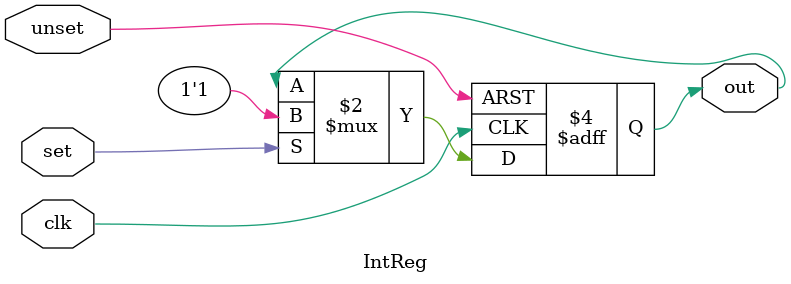
<source format=sv>
module IntReg
(
    input  logic clk,
    input  logic set,
    input  logic unset,
    output logic out
);

always_ff @(posedge clk or posedge unset) begin
    if (unset) begin
        out <= '0;
    end
    else if (set) begin
        out <= '1;
    end
end

endmodule
</source>
